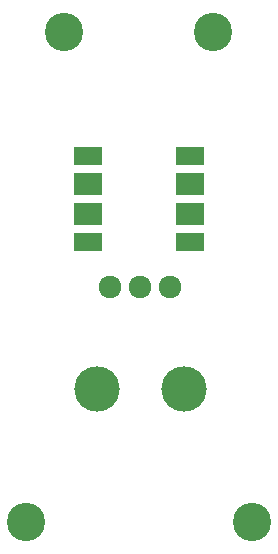
<source format=gbr>
G04 #@! TF.FileFunction,Soldermask,Top*
%FSLAX46Y46*%
G04 Gerber Fmt 4.6, Leading zero omitted, Abs format (unit mm)*
G04 Created by KiCad (PCBNEW 4.0.7) date 03/27/18 18:56:06*
%MOMM*%
%LPD*%
G01*
G04 APERTURE LIST*
%ADD10C,0.100000*%
%ADD11C,3.244800*%
%ADD12R,2.432000X1.568400*%
%ADD13R,2.432000X1.924000*%
%ADD14C,3.850000*%
%ADD15C,1.924000*%
G04 APERTURE END LIST*
D10*
D11*
X136474200Y-25400000D03*
X123875800Y-25400000D03*
X139750800Y-66852800D03*
D12*
X125857000Y-35892740D03*
D13*
X125857000Y-38254940D03*
X125857000Y-40794940D03*
D12*
X125857000Y-43157140D03*
X134493000Y-43157140D03*
D13*
X134493000Y-40794940D03*
X134493000Y-38254940D03*
D12*
X134493000Y-35892740D03*
D14*
X133987000Y-55630000D03*
D15*
X132842000Y-46990000D03*
X130302000Y-46990000D03*
X127762000Y-46990000D03*
D14*
X126617000Y-55630000D03*
D11*
X120599200Y-66852800D03*
M02*

</source>
